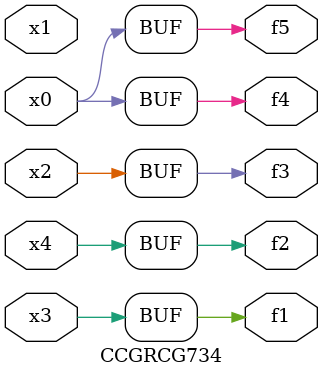
<source format=v>
module CCGRCG734(
	input x0, x1, x2, x3, x4,
	output f1, f2, f3, f4, f5
);
	assign f1 = x3;
	assign f2 = x4;
	assign f3 = x2;
	assign f4 = x0;
	assign f5 = x0;
endmodule

</source>
